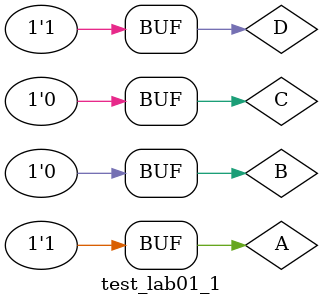
<source format=v>
`timescale 1ns / 1ps


module test_lab01_1();
wire W, X, Y, Z;
reg A, B, C, D;

lab01_1 U0(.a(A), .b(B), .c(C), .d(D), .w(W), .x(X), .y(Y), .z(Z));
initial
begin

A = 0;B = 0;C = 0;D = 0;
#10 A = 0;B = 0;C = 0;D = 1;
#10 A = 0;B = 0;C = 1;D = 0;
#10 A = 0;B = 0;C = 1;D = 1;
#10 A = 0;B = 1;C = 0;D = 0;
#10 A = 0;B = 1;C = 0;D = 1;
#10 A = 0;B = 1;C = 1;D = 0;
#10 A = 0;B = 1;C = 1;D = 1;
#10 A = 1;B = 0;C = 0;D = 0;
#10 A = 1;B = 0;C = 0;D = 1;
end

endmodule

</source>
